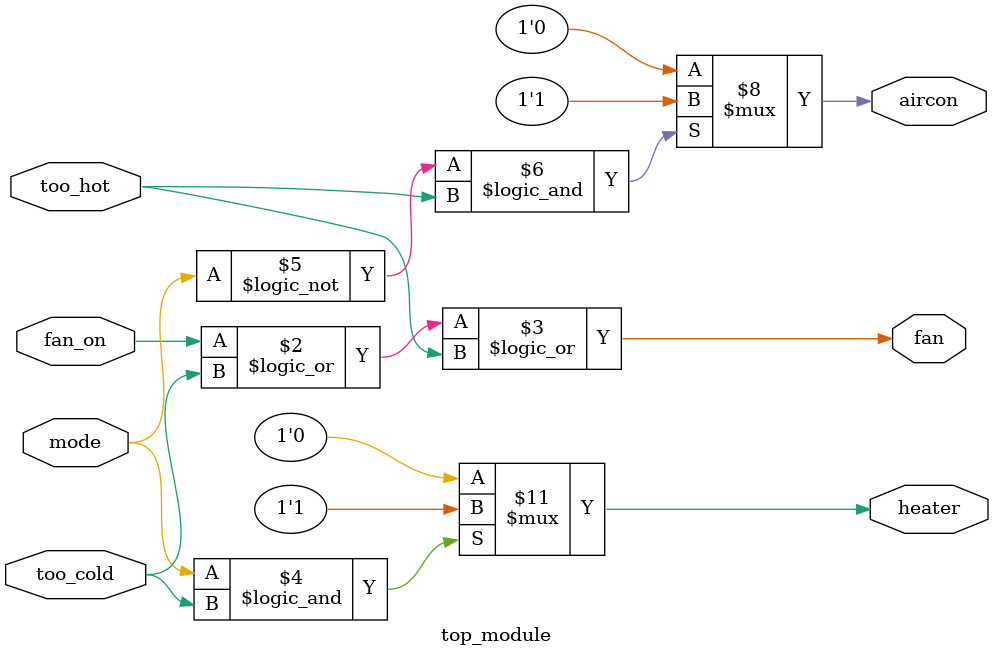
<source format=sv>
module top_module(
	input mode,
	input too_cold, 
	input too_hot,
	input fan_on,
	output reg heater,
	output reg aircon,
	output reg fan
);

	always @(*) begin
		// Control fan
		fan = fan_on || too_cold || too_hot;
		
		// Control heater
		if (mode && too_cold) begin
			heater = 1;
		end else begin
			heater = 0;
		end
		
		// Control air conditioner
		if (!mode && too_hot) begin
			aircon = 1;
		end else begin
			aircon = 0;
		end
	end
endmodule

</source>
